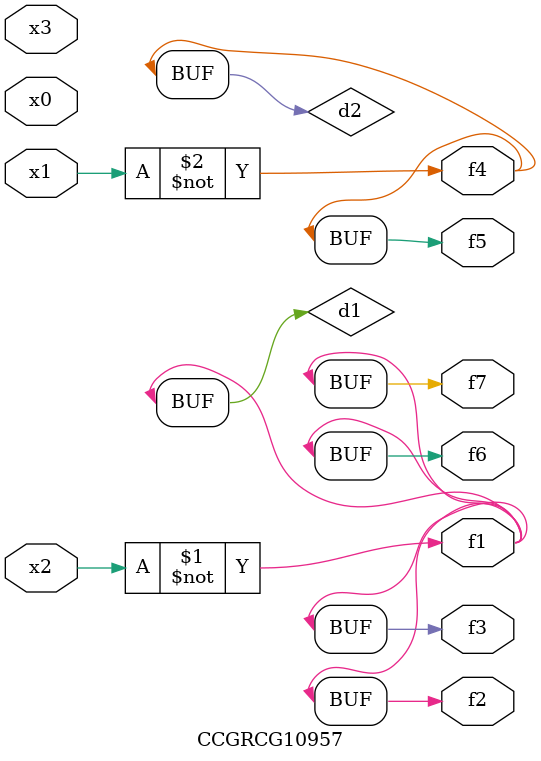
<source format=v>
module CCGRCG10957(
	input x0, x1, x2, x3,
	output f1, f2, f3, f4, f5, f6, f7
);

	wire d1, d2;

	xnor (d1, x2);
	not (d2, x1);
	assign f1 = d1;
	assign f2 = d1;
	assign f3 = d1;
	assign f4 = d2;
	assign f5 = d2;
	assign f6 = d1;
	assign f7 = d1;
endmodule

</source>
